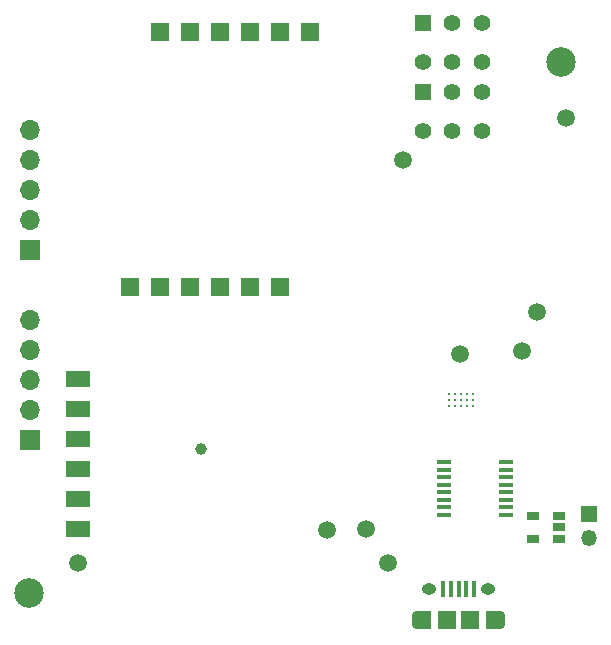
<source format=gbr>
%TF.GenerationSoftware,KiCad,Pcbnew,(5.1.9)-1*%
%TF.CreationDate,2021-03-08T10:45:14+00:00*%
%TF.ProjectId,gps_tracker_basic,6770735f-7472-4616-936b-65725f626173,1.0*%
%TF.SameCoordinates,Original*%
%TF.FileFunction,Soldermask,Bot*%
%TF.FilePolarity,Negative*%
%FSLAX46Y46*%
G04 Gerber Fmt 4.6, Leading zero omitted, Abs format (unit mm)*
G04 Created by KiCad (PCBNEW (5.1.9)-1) date 2021-03-08 10:45:14*
%MOMM*%
%LPD*%
G01*
G04 APERTURE LIST*
%ADD10C,1.000000*%
%ADD11R,2.000000X1.400000*%
%ADD12C,1.500000*%
%ADD13C,2.500000*%
%ADD14O,1.700000X1.700000*%
%ADD15R,1.700000X1.700000*%
%ADD16O,0.890000X1.550000*%
%ADD17R,1.200000X1.550000*%
%ADD18R,1.500000X1.550000*%
%ADD19O,1.250000X0.950000*%
%ADD20R,0.400000X1.350000*%
%ADD21O,1.350000X1.350000*%
%ADD22R,1.350000X1.350000*%
%ADD23C,1.400000*%
%ADD24R,1.400000X1.400000*%
%ADD25R,1.200000X0.400000*%
%ADD26R,1.524000X1.524000*%
%ADD27R,1.060000X0.650000*%
%ADD28C,0.300000*%
G04 APERTURE END LIST*
D10*
%TO.C,U10*%
X119072300Y-107317600D03*
%TD*%
D11*
%TO.C,U4*%
X108623300Y-114081700D03*
X108623300Y-111541700D03*
X108623300Y-109001700D03*
X108623300Y-106461700D03*
X108623300Y-103921700D03*
X108623300Y-101381700D03*
%TD*%
D12*
%TO.C,TP2*%
X108623300Y-116964600D03*
%TD*%
D13*
%TO.C,H2*%
X149500000Y-74500000D03*
%TD*%
%TO.C,H1*%
X104500000Y-119500000D03*
%TD*%
D14*
%TO.C,J1*%
X104521000Y-80264000D03*
X104521000Y-82804000D03*
X104521000Y-85344000D03*
X104521000Y-87884000D03*
D15*
X104521000Y-90424000D03*
%TD*%
D16*
%TO.C,J2*%
X137343000Y-121800000D03*
X144343000Y-121800000D03*
D17*
X137943000Y-121800000D03*
X143743000Y-121800000D03*
D18*
X139843000Y-121800000D03*
X141843000Y-121800000D03*
D19*
X138343000Y-119100000D03*
X143343000Y-119100000D03*
D20*
X139543000Y-119100000D03*
X140193000Y-119100000D03*
X140843000Y-119100000D03*
X141493000Y-119100000D03*
X142143000Y-119100000D03*
%TD*%
D21*
%TO.C,J3*%
X151892000Y-114776000D03*
D22*
X151892000Y-112776000D03*
%TD*%
D14*
%TO.C,J4*%
X104521000Y-96393000D03*
X104521000Y-98933000D03*
X104521000Y-101473000D03*
X104521000Y-104013000D03*
D15*
X104521000Y-106553000D03*
%TD*%
D23*
%TO.C,SW1*%
X142795000Y-74547000D03*
X140295000Y-74547000D03*
X137795000Y-74547000D03*
X142795000Y-71247000D03*
X140295000Y-71247000D03*
D24*
X137795000Y-71247000D03*
%TD*%
D23*
%TO.C,SW2*%
X142795000Y-80389000D03*
X140295000Y-80389000D03*
X137795000Y-80389000D03*
X142795000Y-77089000D03*
X140295000Y-77089000D03*
D24*
X137795000Y-77089000D03*
%TD*%
D12*
%TO.C,TP1*%
X136105900Y-82854800D03*
%TD*%
%TO.C,TP4*%
X134886700Y-116916200D03*
%TD*%
%TO.C,TP5*%
X149936200Y-79235300D03*
%TD*%
%TO.C,TP6*%
X129667000Y-114147600D03*
%TD*%
%TO.C,TP7*%
X133007300Y-114081700D03*
%TD*%
%TO.C,TP8*%
X140944600Y-99237800D03*
%TD*%
%TO.C,TP9*%
X147498000Y-95654000D03*
%TD*%
%TO.C,TP10*%
X146177000Y-98956000D03*
%TD*%
D25*
%TO.C,U3*%
X139640000Y-108394500D03*
X139640000Y-109029500D03*
X139640000Y-109664500D03*
X139640000Y-110299500D03*
X139640000Y-110934500D03*
X139640000Y-111569500D03*
X139640000Y-112204500D03*
X139640000Y-112839500D03*
X144840000Y-112839500D03*
X144840000Y-112204500D03*
X144840000Y-111569500D03*
X144840000Y-110934500D03*
X144840000Y-110299500D03*
X144840000Y-109664500D03*
X144840000Y-109029500D03*
X144840000Y-108394500D03*
%TD*%
D26*
%TO.C,U6*%
X128270000Y-72009000D03*
X125730000Y-72009000D03*
X123190000Y-72009000D03*
X120650000Y-72009000D03*
X118110000Y-72009000D03*
X115570000Y-72009000D03*
X125730000Y-93599000D03*
X123190000Y-93599000D03*
X120650000Y-93599000D03*
X118110000Y-93599000D03*
X115570000Y-93599000D03*
X113030000Y-93599000D03*
%TD*%
D27*
%TO.C,U7*%
X147109000Y-112969000D03*
X147109000Y-114869000D03*
X149309000Y-114869000D03*
X149309000Y-113919000D03*
X149309000Y-112969000D03*
%TD*%
D28*
%TO.C,U8*%
X140042900Y-103657400D03*
X140042900Y-103149400D03*
X140550900Y-103657400D03*
X140550900Y-103149400D03*
X141058900Y-103657400D03*
X141058900Y-103149400D03*
X141566900Y-103657400D03*
X141566900Y-103149400D03*
X142074900Y-103657400D03*
X142074900Y-103149400D03*
X140042900Y-102641400D03*
X140550900Y-102641400D03*
X141058900Y-102641400D03*
X141566900Y-102641400D03*
X142074900Y-102641400D03*
%TD*%
M02*

</source>
